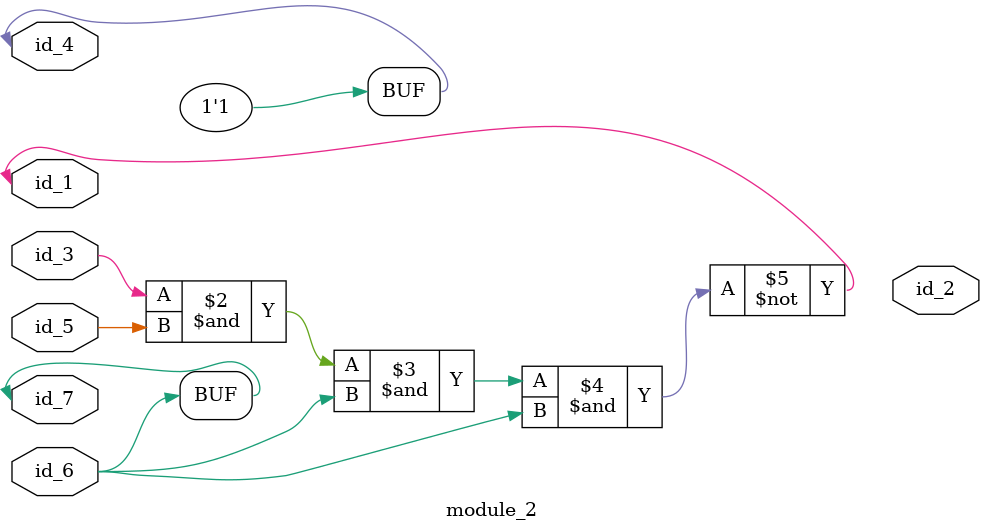
<source format=v>
module module_0;
  if (1) assign id_1 = id_1;
  else assign id_1 = id_1;
endmodule
module module_1 (
    inout wire id_0
);
  wire id_2;
  module_0 modCall_1 ();
  assign id_0 = ((1));
endmodule
module module_2 (
    id_1,
    id_2,
    id_3,
    id_4,
    id_5,
    id_6,
    id_7
);
  inout wire id_7;
  inout wire id_6;
  input wire id_5;
  inout wire id_4;
  inout wire id_3;
  output wire id_2;
  inout wire id_1;
  assign id_4 = 1;
  module_0 modCall_1 ();
  assign id_3[1] = id_4;
  nand primCall (id_1, id_3, id_4, id_5, id_6, id_7);
  assign id_6 = id_7;
endmodule

</source>
